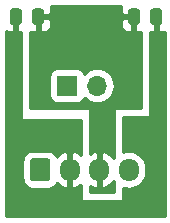
<source format=gbr>
G04 #@! TF.GenerationSoftware,KiCad,Pcbnew,(5.1.2-1)-1*
G04 #@! TF.CreationDate,2019-11-08T10:29:16-05:00*
G04 #@! TF.ProjectId,flow_rate,666c6f77-5f72-4617-9465-2e6b69636164,rev?*
G04 #@! TF.SameCoordinates,Original*
G04 #@! TF.FileFunction,Copper,L1,Top*
G04 #@! TF.FilePolarity,Positive*
%FSLAX46Y46*%
G04 Gerber Fmt 4.6, Leading zero omitted, Abs format (unit mm)*
G04 Created by KiCad (PCBNEW (5.1.2-1)-1) date 2019-11-08 10:29:16*
%MOMM*%
%LPD*%
G04 APERTURE LIST*
%ADD10C,0.100000*%
%ADD11C,0.975000*%
%ADD12C,1.700000*%
%ADD13O,1.700000X1.950000*%
%ADD14R,1.700000X1.700000*%
%ADD15O,1.700000X1.700000*%
%ADD16C,0.254000*%
G04 APERTURE END LIST*
D10*
G36*
X188052142Y-40449174D02*
G01*
X188075803Y-40452684D01*
X188099007Y-40458496D01*
X188121529Y-40466554D01*
X188143153Y-40476782D01*
X188163670Y-40489079D01*
X188182883Y-40503329D01*
X188200607Y-40519393D01*
X188216671Y-40537117D01*
X188230921Y-40556330D01*
X188243218Y-40576847D01*
X188253446Y-40598471D01*
X188261504Y-40620993D01*
X188267316Y-40644197D01*
X188270826Y-40667858D01*
X188272000Y-40691750D01*
X188272000Y-41604250D01*
X188270826Y-41628142D01*
X188267316Y-41651803D01*
X188261504Y-41675007D01*
X188253446Y-41697529D01*
X188243218Y-41719153D01*
X188230921Y-41739670D01*
X188216671Y-41758883D01*
X188200607Y-41776607D01*
X188182883Y-41792671D01*
X188163670Y-41806921D01*
X188143153Y-41819218D01*
X188121529Y-41829446D01*
X188099007Y-41837504D01*
X188075803Y-41843316D01*
X188052142Y-41846826D01*
X188028250Y-41848000D01*
X187540750Y-41848000D01*
X187516858Y-41846826D01*
X187493197Y-41843316D01*
X187469993Y-41837504D01*
X187447471Y-41829446D01*
X187425847Y-41819218D01*
X187405330Y-41806921D01*
X187386117Y-41792671D01*
X187368393Y-41776607D01*
X187352329Y-41758883D01*
X187338079Y-41739670D01*
X187325782Y-41719153D01*
X187315554Y-41697529D01*
X187307496Y-41675007D01*
X187301684Y-41651803D01*
X187298174Y-41628142D01*
X187297000Y-41604250D01*
X187297000Y-40691750D01*
X187298174Y-40667858D01*
X187301684Y-40644197D01*
X187307496Y-40620993D01*
X187315554Y-40598471D01*
X187325782Y-40576847D01*
X187338079Y-40556330D01*
X187352329Y-40537117D01*
X187368393Y-40519393D01*
X187386117Y-40503329D01*
X187405330Y-40489079D01*
X187425847Y-40476782D01*
X187447471Y-40466554D01*
X187469993Y-40458496D01*
X187493197Y-40452684D01*
X187516858Y-40449174D01*
X187540750Y-40448000D01*
X188028250Y-40448000D01*
X188052142Y-40449174D01*
X188052142Y-40449174D01*
G37*
D11*
X187784500Y-41148000D03*
D10*
G36*
X189927142Y-40449174D02*
G01*
X189950803Y-40452684D01*
X189974007Y-40458496D01*
X189996529Y-40466554D01*
X190018153Y-40476782D01*
X190038670Y-40489079D01*
X190057883Y-40503329D01*
X190075607Y-40519393D01*
X190091671Y-40537117D01*
X190105921Y-40556330D01*
X190118218Y-40576847D01*
X190128446Y-40598471D01*
X190136504Y-40620993D01*
X190142316Y-40644197D01*
X190145826Y-40667858D01*
X190147000Y-40691750D01*
X190147000Y-41604250D01*
X190145826Y-41628142D01*
X190142316Y-41651803D01*
X190136504Y-41675007D01*
X190128446Y-41697529D01*
X190118218Y-41719153D01*
X190105921Y-41739670D01*
X190091671Y-41758883D01*
X190075607Y-41776607D01*
X190057883Y-41792671D01*
X190038670Y-41806921D01*
X190018153Y-41819218D01*
X189996529Y-41829446D01*
X189974007Y-41837504D01*
X189950803Y-41843316D01*
X189927142Y-41846826D01*
X189903250Y-41848000D01*
X189415750Y-41848000D01*
X189391858Y-41846826D01*
X189368197Y-41843316D01*
X189344993Y-41837504D01*
X189322471Y-41829446D01*
X189300847Y-41819218D01*
X189280330Y-41806921D01*
X189261117Y-41792671D01*
X189243393Y-41776607D01*
X189227329Y-41758883D01*
X189213079Y-41739670D01*
X189200782Y-41719153D01*
X189190554Y-41697529D01*
X189182496Y-41675007D01*
X189176684Y-41651803D01*
X189173174Y-41628142D01*
X189172000Y-41604250D01*
X189172000Y-40691750D01*
X189173174Y-40667858D01*
X189176684Y-40644197D01*
X189182496Y-40620993D01*
X189190554Y-40598471D01*
X189200782Y-40576847D01*
X189213079Y-40556330D01*
X189227329Y-40537117D01*
X189243393Y-40519393D01*
X189261117Y-40503329D01*
X189280330Y-40489079D01*
X189300847Y-40476782D01*
X189322471Y-40466554D01*
X189344993Y-40458496D01*
X189368197Y-40452684D01*
X189391858Y-40449174D01*
X189415750Y-40448000D01*
X189903250Y-40448000D01*
X189927142Y-40449174D01*
X189927142Y-40449174D01*
G37*
D11*
X189659500Y-41148000D03*
D10*
G36*
X178052142Y-40449174D02*
G01*
X178075803Y-40452684D01*
X178099007Y-40458496D01*
X178121529Y-40466554D01*
X178143153Y-40476782D01*
X178163670Y-40489079D01*
X178182883Y-40503329D01*
X178200607Y-40519393D01*
X178216671Y-40537117D01*
X178230921Y-40556330D01*
X178243218Y-40576847D01*
X178253446Y-40598471D01*
X178261504Y-40620993D01*
X178267316Y-40644197D01*
X178270826Y-40667858D01*
X178272000Y-40691750D01*
X178272000Y-41604250D01*
X178270826Y-41628142D01*
X178267316Y-41651803D01*
X178261504Y-41675007D01*
X178253446Y-41697529D01*
X178243218Y-41719153D01*
X178230921Y-41739670D01*
X178216671Y-41758883D01*
X178200607Y-41776607D01*
X178182883Y-41792671D01*
X178163670Y-41806921D01*
X178143153Y-41819218D01*
X178121529Y-41829446D01*
X178099007Y-41837504D01*
X178075803Y-41843316D01*
X178052142Y-41846826D01*
X178028250Y-41848000D01*
X177540750Y-41848000D01*
X177516858Y-41846826D01*
X177493197Y-41843316D01*
X177469993Y-41837504D01*
X177447471Y-41829446D01*
X177425847Y-41819218D01*
X177405330Y-41806921D01*
X177386117Y-41792671D01*
X177368393Y-41776607D01*
X177352329Y-41758883D01*
X177338079Y-41739670D01*
X177325782Y-41719153D01*
X177315554Y-41697529D01*
X177307496Y-41675007D01*
X177301684Y-41651803D01*
X177298174Y-41628142D01*
X177297000Y-41604250D01*
X177297000Y-40691750D01*
X177298174Y-40667858D01*
X177301684Y-40644197D01*
X177307496Y-40620993D01*
X177315554Y-40598471D01*
X177325782Y-40576847D01*
X177338079Y-40556330D01*
X177352329Y-40537117D01*
X177368393Y-40519393D01*
X177386117Y-40503329D01*
X177405330Y-40489079D01*
X177425847Y-40476782D01*
X177447471Y-40466554D01*
X177469993Y-40458496D01*
X177493197Y-40452684D01*
X177516858Y-40449174D01*
X177540750Y-40448000D01*
X178028250Y-40448000D01*
X178052142Y-40449174D01*
X178052142Y-40449174D01*
G37*
D11*
X177784500Y-41148000D03*
D10*
G36*
X179927142Y-40449174D02*
G01*
X179950803Y-40452684D01*
X179974007Y-40458496D01*
X179996529Y-40466554D01*
X180018153Y-40476782D01*
X180038670Y-40489079D01*
X180057883Y-40503329D01*
X180075607Y-40519393D01*
X180091671Y-40537117D01*
X180105921Y-40556330D01*
X180118218Y-40576847D01*
X180128446Y-40598471D01*
X180136504Y-40620993D01*
X180142316Y-40644197D01*
X180145826Y-40667858D01*
X180147000Y-40691750D01*
X180147000Y-41604250D01*
X180145826Y-41628142D01*
X180142316Y-41651803D01*
X180136504Y-41675007D01*
X180128446Y-41697529D01*
X180118218Y-41719153D01*
X180105921Y-41739670D01*
X180091671Y-41758883D01*
X180075607Y-41776607D01*
X180057883Y-41792671D01*
X180038670Y-41806921D01*
X180018153Y-41819218D01*
X179996529Y-41829446D01*
X179974007Y-41837504D01*
X179950803Y-41843316D01*
X179927142Y-41846826D01*
X179903250Y-41848000D01*
X179415750Y-41848000D01*
X179391858Y-41846826D01*
X179368197Y-41843316D01*
X179344993Y-41837504D01*
X179322471Y-41829446D01*
X179300847Y-41819218D01*
X179280330Y-41806921D01*
X179261117Y-41792671D01*
X179243393Y-41776607D01*
X179227329Y-41758883D01*
X179213079Y-41739670D01*
X179200782Y-41719153D01*
X179190554Y-41697529D01*
X179182496Y-41675007D01*
X179176684Y-41651803D01*
X179173174Y-41628142D01*
X179172000Y-41604250D01*
X179172000Y-40691750D01*
X179173174Y-40667858D01*
X179176684Y-40644197D01*
X179182496Y-40620993D01*
X179190554Y-40598471D01*
X179200782Y-40576847D01*
X179213079Y-40556330D01*
X179227329Y-40537117D01*
X179243393Y-40519393D01*
X179261117Y-40503329D01*
X179280330Y-40489079D01*
X179300847Y-40476782D01*
X179322471Y-40466554D01*
X179344993Y-40458496D01*
X179368197Y-40452684D01*
X179391858Y-40449174D01*
X179415750Y-40448000D01*
X179903250Y-40448000D01*
X179927142Y-40449174D01*
X179927142Y-40449174D01*
G37*
D11*
X179659500Y-41148000D03*
D10*
G36*
X180456504Y-53128204D02*
G01*
X180480773Y-53131804D01*
X180504571Y-53137765D01*
X180527671Y-53146030D01*
X180549849Y-53156520D01*
X180570893Y-53169133D01*
X180590598Y-53183747D01*
X180608777Y-53200223D01*
X180625253Y-53218402D01*
X180639867Y-53238107D01*
X180652480Y-53259151D01*
X180662970Y-53281329D01*
X180671235Y-53304429D01*
X180677196Y-53328227D01*
X180680796Y-53352496D01*
X180682000Y-53377000D01*
X180682000Y-54827000D01*
X180680796Y-54851504D01*
X180677196Y-54875773D01*
X180671235Y-54899571D01*
X180662970Y-54922671D01*
X180652480Y-54944849D01*
X180639867Y-54965893D01*
X180625253Y-54985598D01*
X180608777Y-55003777D01*
X180590598Y-55020253D01*
X180570893Y-55034867D01*
X180549849Y-55047480D01*
X180527671Y-55057970D01*
X180504571Y-55066235D01*
X180480773Y-55072196D01*
X180456504Y-55075796D01*
X180432000Y-55077000D01*
X179232000Y-55077000D01*
X179207496Y-55075796D01*
X179183227Y-55072196D01*
X179159429Y-55066235D01*
X179136329Y-55057970D01*
X179114151Y-55047480D01*
X179093107Y-55034867D01*
X179073402Y-55020253D01*
X179055223Y-55003777D01*
X179038747Y-54985598D01*
X179024133Y-54965893D01*
X179011520Y-54944849D01*
X179001030Y-54922671D01*
X178992765Y-54899571D01*
X178986804Y-54875773D01*
X178983204Y-54851504D01*
X178982000Y-54827000D01*
X178982000Y-53377000D01*
X178983204Y-53352496D01*
X178986804Y-53328227D01*
X178992765Y-53304429D01*
X179001030Y-53281329D01*
X179011520Y-53259151D01*
X179024133Y-53238107D01*
X179038747Y-53218402D01*
X179055223Y-53200223D01*
X179073402Y-53183747D01*
X179093107Y-53169133D01*
X179114151Y-53156520D01*
X179136329Y-53146030D01*
X179159429Y-53137765D01*
X179183227Y-53131804D01*
X179207496Y-53128204D01*
X179232000Y-53127000D01*
X180432000Y-53127000D01*
X180456504Y-53128204D01*
X180456504Y-53128204D01*
G37*
D12*
X179832000Y-54102000D03*
D13*
X182332000Y-54102000D03*
X184832000Y-54102000D03*
X187332000Y-54102000D03*
D14*
X182118000Y-46990000D03*
D15*
X184658000Y-46990000D03*
D16*
G36*
X186671188Y-40323518D02*
G01*
X186658928Y-40448000D01*
X186662000Y-40862250D01*
X186820750Y-41021000D01*
X187657500Y-41021000D01*
X187657500Y-41001000D01*
X187911500Y-41001000D01*
X187911500Y-41021000D01*
X187931500Y-41021000D01*
X187931500Y-41275000D01*
X187911500Y-41275000D01*
X187911500Y-42324250D01*
X188070250Y-42483000D01*
X188272000Y-42486072D01*
X188341000Y-42479276D01*
X188341000Y-48895000D01*
X186182000Y-48895000D01*
X186157224Y-48897440D01*
X186133399Y-48904667D01*
X186111443Y-48916403D01*
X186092197Y-48932197D01*
X186076403Y-48951443D01*
X186064667Y-48973399D01*
X186057440Y-48997224D01*
X186055000Y-49022000D01*
X186055000Y-53144032D01*
X185921049Y-52967571D01*
X185703193Y-52774504D01*
X185451858Y-52627648D01*
X185188890Y-52535524D01*
X184959000Y-52656845D01*
X184959000Y-53975000D01*
X184979000Y-53975000D01*
X184979000Y-54229000D01*
X184959000Y-54229000D01*
X184959000Y-55547155D01*
X185188890Y-55668476D01*
X185451858Y-55576352D01*
X185703193Y-55429496D01*
X185921049Y-55236429D01*
X186055000Y-55059968D01*
X186055000Y-56007000D01*
X184023000Y-56007000D01*
X184023000Y-55465836D01*
X184212142Y-55576352D01*
X184475110Y-55668476D01*
X184705000Y-55547155D01*
X184705000Y-54229000D01*
X184685000Y-54229000D01*
X184685000Y-53975000D01*
X184705000Y-53975000D01*
X184705000Y-52656845D01*
X184475110Y-52535524D01*
X184212142Y-52627648D01*
X184023000Y-52738164D01*
X184023000Y-49022000D01*
X184020560Y-48997224D01*
X184013333Y-48973399D01*
X184001597Y-48951443D01*
X183985803Y-48932197D01*
X183966557Y-48916403D01*
X183944601Y-48904667D01*
X183920776Y-48897440D01*
X183896000Y-48895000D01*
X178943000Y-48895000D01*
X178943000Y-46140000D01*
X180629928Y-46140000D01*
X180629928Y-47840000D01*
X180642188Y-47964482D01*
X180678498Y-48084180D01*
X180737463Y-48194494D01*
X180816815Y-48291185D01*
X180913506Y-48370537D01*
X181023820Y-48429502D01*
X181143518Y-48465812D01*
X181268000Y-48478072D01*
X182968000Y-48478072D01*
X183092482Y-48465812D01*
X183212180Y-48429502D01*
X183322494Y-48370537D01*
X183419185Y-48291185D01*
X183498537Y-48194494D01*
X183557502Y-48084180D01*
X183578393Y-48015313D01*
X183602866Y-48045134D01*
X183828986Y-48230706D01*
X184086966Y-48368599D01*
X184366889Y-48453513D01*
X184585050Y-48475000D01*
X184730950Y-48475000D01*
X184949111Y-48453513D01*
X185229034Y-48368599D01*
X185487014Y-48230706D01*
X185713134Y-48045134D01*
X185898706Y-47819014D01*
X186036599Y-47561034D01*
X186121513Y-47281111D01*
X186150185Y-46990000D01*
X186121513Y-46698889D01*
X186036599Y-46418966D01*
X185898706Y-46160986D01*
X185713134Y-45934866D01*
X185487014Y-45749294D01*
X185229034Y-45611401D01*
X184949111Y-45526487D01*
X184730950Y-45505000D01*
X184585050Y-45505000D01*
X184366889Y-45526487D01*
X184086966Y-45611401D01*
X183828986Y-45749294D01*
X183602866Y-45934866D01*
X183578393Y-45964687D01*
X183557502Y-45895820D01*
X183498537Y-45785506D01*
X183419185Y-45688815D01*
X183322494Y-45609463D01*
X183212180Y-45550498D01*
X183092482Y-45514188D01*
X182968000Y-45501928D01*
X181268000Y-45501928D01*
X181143518Y-45514188D01*
X181023820Y-45550498D01*
X180913506Y-45609463D01*
X180816815Y-45688815D01*
X180737463Y-45785506D01*
X180678498Y-45895820D01*
X180642188Y-46015518D01*
X180629928Y-46140000D01*
X178943000Y-46140000D01*
X178943000Y-42442107D01*
X179047518Y-42473812D01*
X179172000Y-42486072D01*
X179373750Y-42483000D01*
X179532500Y-42324250D01*
X179532500Y-41275000D01*
X179786500Y-41275000D01*
X179786500Y-42324250D01*
X179945250Y-42483000D01*
X180147000Y-42486072D01*
X180271482Y-42473812D01*
X180391180Y-42437502D01*
X180501494Y-42378537D01*
X180598185Y-42299185D01*
X180677537Y-42202494D01*
X180736502Y-42092180D01*
X180772812Y-41972482D01*
X180785072Y-41848000D01*
X186658928Y-41848000D01*
X186671188Y-41972482D01*
X186707498Y-42092180D01*
X186766463Y-42202494D01*
X186845815Y-42299185D01*
X186942506Y-42378537D01*
X187052820Y-42437502D01*
X187172518Y-42473812D01*
X187297000Y-42486072D01*
X187498750Y-42483000D01*
X187657500Y-42324250D01*
X187657500Y-41275000D01*
X186820750Y-41275000D01*
X186662000Y-41433750D01*
X186658928Y-41848000D01*
X180785072Y-41848000D01*
X180782000Y-41433750D01*
X180623250Y-41275000D01*
X179786500Y-41275000D01*
X179532500Y-41275000D01*
X179512500Y-41275000D01*
X179512500Y-41021000D01*
X179532500Y-41021000D01*
X179532500Y-41001000D01*
X179786500Y-41001000D01*
X179786500Y-41021000D01*
X180623250Y-41021000D01*
X180782000Y-40862250D01*
X180785072Y-40448000D01*
X180772812Y-40323518D01*
X180753241Y-40259000D01*
X186690759Y-40259000D01*
X186671188Y-40323518D01*
X186671188Y-40323518D01*
G37*
X186671188Y-40323518D02*
X186658928Y-40448000D01*
X186662000Y-40862250D01*
X186820750Y-41021000D01*
X187657500Y-41021000D01*
X187657500Y-41001000D01*
X187911500Y-41001000D01*
X187911500Y-41021000D01*
X187931500Y-41021000D01*
X187931500Y-41275000D01*
X187911500Y-41275000D01*
X187911500Y-42324250D01*
X188070250Y-42483000D01*
X188272000Y-42486072D01*
X188341000Y-42479276D01*
X188341000Y-48895000D01*
X186182000Y-48895000D01*
X186157224Y-48897440D01*
X186133399Y-48904667D01*
X186111443Y-48916403D01*
X186092197Y-48932197D01*
X186076403Y-48951443D01*
X186064667Y-48973399D01*
X186057440Y-48997224D01*
X186055000Y-49022000D01*
X186055000Y-53144032D01*
X185921049Y-52967571D01*
X185703193Y-52774504D01*
X185451858Y-52627648D01*
X185188890Y-52535524D01*
X184959000Y-52656845D01*
X184959000Y-53975000D01*
X184979000Y-53975000D01*
X184979000Y-54229000D01*
X184959000Y-54229000D01*
X184959000Y-55547155D01*
X185188890Y-55668476D01*
X185451858Y-55576352D01*
X185703193Y-55429496D01*
X185921049Y-55236429D01*
X186055000Y-55059968D01*
X186055000Y-56007000D01*
X184023000Y-56007000D01*
X184023000Y-55465836D01*
X184212142Y-55576352D01*
X184475110Y-55668476D01*
X184705000Y-55547155D01*
X184705000Y-54229000D01*
X184685000Y-54229000D01*
X184685000Y-53975000D01*
X184705000Y-53975000D01*
X184705000Y-52656845D01*
X184475110Y-52535524D01*
X184212142Y-52627648D01*
X184023000Y-52738164D01*
X184023000Y-49022000D01*
X184020560Y-48997224D01*
X184013333Y-48973399D01*
X184001597Y-48951443D01*
X183985803Y-48932197D01*
X183966557Y-48916403D01*
X183944601Y-48904667D01*
X183920776Y-48897440D01*
X183896000Y-48895000D01*
X178943000Y-48895000D01*
X178943000Y-46140000D01*
X180629928Y-46140000D01*
X180629928Y-47840000D01*
X180642188Y-47964482D01*
X180678498Y-48084180D01*
X180737463Y-48194494D01*
X180816815Y-48291185D01*
X180913506Y-48370537D01*
X181023820Y-48429502D01*
X181143518Y-48465812D01*
X181268000Y-48478072D01*
X182968000Y-48478072D01*
X183092482Y-48465812D01*
X183212180Y-48429502D01*
X183322494Y-48370537D01*
X183419185Y-48291185D01*
X183498537Y-48194494D01*
X183557502Y-48084180D01*
X183578393Y-48015313D01*
X183602866Y-48045134D01*
X183828986Y-48230706D01*
X184086966Y-48368599D01*
X184366889Y-48453513D01*
X184585050Y-48475000D01*
X184730950Y-48475000D01*
X184949111Y-48453513D01*
X185229034Y-48368599D01*
X185487014Y-48230706D01*
X185713134Y-48045134D01*
X185898706Y-47819014D01*
X186036599Y-47561034D01*
X186121513Y-47281111D01*
X186150185Y-46990000D01*
X186121513Y-46698889D01*
X186036599Y-46418966D01*
X185898706Y-46160986D01*
X185713134Y-45934866D01*
X185487014Y-45749294D01*
X185229034Y-45611401D01*
X184949111Y-45526487D01*
X184730950Y-45505000D01*
X184585050Y-45505000D01*
X184366889Y-45526487D01*
X184086966Y-45611401D01*
X183828986Y-45749294D01*
X183602866Y-45934866D01*
X183578393Y-45964687D01*
X183557502Y-45895820D01*
X183498537Y-45785506D01*
X183419185Y-45688815D01*
X183322494Y-45609463D01*
X183212180Y-45550498D01*
X183092482Y-45514188D01*
X182968000Y-45501928D01*
X181268000Y-45501928D01*
X181143518Y-45514188D01*
X181023820Y-45550498D01*
X180913506Y-45609463D01*
X180816815Y-45688815D01*
X180737463Y-45785506D01*
X180678498Y-45895820D01*
X180642188Y-46015518D01*
X180629928Y-46140000D01*
X178943000Y-46140000D01*
X178943000Y-42442107D01*
X179047518Y-42473812D01*
X179172000Y-42486072D01*
X179373750Y-42483000D01*
X179532500Y-42324250D01*
X179532500Y-41275000D01*
X179786500Y-41275000D01*
X179786500Y-42324250D01*
X179945250Y-42483000D01*
X180147000Y-42486072D01*
X180271482Y-42473812D01*
X180391180Y-42437502D01*
X180501494Y-42378537D01*
X180598185Y-42299185D01*
X180677537Y-42202494D01*
X180736502Y-42092180D01*
X180772812Y-41972482D01*
X180785072Y-41848000D01*
X186658928Y-41848000D01*
X186671188Y-41972482D01*
X186707498Y-42092180D01*
X186766463Y-42202494D01*
X186845815Y-42299185D01*
X186942506Y-42378537D01*
X187052820Y-42437502D01*
X187172518Y-42473812D01*
X187297000Y-42486072D01*
X187498750Y-42483000D01*
X187657500Y-42324250D01*
X187657500Y-41275000D01*
X186820750Y-41275000D01*
X186662000Y-41433750D01*
X186658928Y-41848000D01*
X180785072Y-41848000D01*
X180782000Y-41433750D01*
X180623250Y-41275000D01*
X179786500Y-41275000D01*
X179532500Y-41275000D01*
X179512500Y-41275000D01*
X179512500Y-41021000D01*
X179532500Y-41021000D01*
X179532500Y-41001000D01*
X179786500Y-41001000D01*
X179786500Y-41021000D01*
X180623250Y-41021000D01*
X180782000Y-40862250D01*
X180785072Y-40448000D01*
X180772812Y-40323518D01*
X180753241Y-40259000D01*
X186690759Y-40259000D01*
X186671188Y-40323518D01*
G36*
X177911500Y-41021000D02*
G01*
X177931500Y-41021000D01*
X177931500Y-41275000D01*
X177911500Y-41275000D01*
X177911500Y-42324250D01*
X178070250Y-42483000D01*
X178181000Y-42484686D01*
X178181000Y-49784000D01*
X178183440Y-49808776D01*
X178190667Y-49832601D01*
X178202403Y-49854557D01*
X178218197Y-49873803D01*
X178237443Y-49889597D01*
X178259399Y-49901333D01*
X178283224Y-49908560D01*
X178308000Y-49911000D01*
X183261000Y-49911000D01*
X183261000Y-52825733D01*
X183203193Y-52774504D01*
X182951858Y-52627648D01*
X182688890Y-52535524D01*
X182459000Y-52656845D01*
X182459000Y-53975000D01*
X182479000Y-53975000D01*
X182479000Y-54229000D01*
X182459000Y-54229000D01*
X182459000Y-55547155D01*
X182688890Y-55668476D01*
X182951858Y-55576352D01*
X183203193Y-55429496D01*
X183261000Y-55378267D01*
X183261000Y-56642000D01*
X183263440Y-56666776D01*
X183270667Y-56690601D01*
X183282403Y-56712557D01*
X183298197Y-56731803D01*
X183317443Y-56747597D01*
X183339399Y-56759333D01*
X183363224Y-56766560D01*
X183388000Y-56769000D01*
X186690000Y-56769000D01*
X186714776Y-56766560D01*
X186738601Y-56759333D01*
X186760557Y-56747597D01*
X186779803Y-56731803D01*
X186795597Y-56712557D01*
X186807333Y-56690601D01*
X186814560Y-56666776D01*
X186817000Y-56642000D01*
X186817000Y-55622596D01*
X187040890Y-55690513D01*
X187332000Y-55719185D01*
X187623111Y-55690513D01*
X187903034Y-55605599D01*
X188161014Y-55467706D01*
X188387134Y-55282134D01*
X188572706Y-55056014D01*
X188710599Y-54798033D01*
X188795513Y-54518110D01*
X188817000Y-54299949D01*
X188817000Y-53904050D01*
X188795513Y-53685889D01*
X188710599Y-53405966D01*
X188572706Y-53147986D01*
X188387134Y-52921866D01*
X188161013Y-52736294D01*
X187903033Y-52598401D01*
X187623110Y-52513487D01*
X187332000Y-52484815D01*
X187040889Y-52513487D01*
X186817000Y-52581403D01*
X186817000Y-49657000D01*
X188976000Y-49657000D01*
X189000776Y-49654560D01*
X189024601Y-49647333D01*
X189046557Y-49635597D01*
X189065803Y-49619803D01*
X189081597Y-49600557D01*
X189093333Y-49578601D01*
X189100560Y-49554776D01*
X189103000Y-49530000D01*
X189103000Y-42479276D01*
X189172000Y-42486072D01*
X189373750Y-42483000D01*
X189532500Y-42324250D01*
X189532500Y-41275000D01*
X189512500Y-41275000D01*
X189512500Y-41021000D01*
X189532500Y-41021000D01*
X189532500Y-41001000D01*
X189786500Y-41001000D01*
X189786500Y-41021000D01*
X189806500Y-41021000D01*
X189806500Y-41275000D01*
X189786500Y-41275000D01*
X189786500Y-42324250D01*
X189945250Y-42483000D01*
X190147000Y-42486072D01*
X190271482Y-42473812D01*
X190373000Y-42443017D01*
X190373000Y-58039000D01*
X176911000Y-58039000D01*
X176911000Y-53377000D01*
X178343928Y-53377000D01*
X178343928Y-54827000D01*
X178360992Y-55000254D01*
X178411528Y-55166850D01*
X178493595Y-55320386D01*
X178604038Y-55454962D01*
X178738614Y-55565405D01*
X178892150Y-55647472D01*
X179058746Y-55698008D01*
X179232000Y-55715072D01*
X180432000Y-55715072D01*
X180605254Y-55698008D01*
X180771850Y-55647472D01*
X180925386Y-55565405D01*
X181059962Y-55454962D01*
X181170405Y-55320386D01*
X181226714Y-55215039D01*
X181242951Y-55236429D01*
X181460807Y-55429496D01*
X181712142Y-55576352D01*
X181975110Y-55668476D01*
X182205000Y-55547155D01*
X182205000Y-54229000D01*
X182185000Y-54229000D01*
X182185000Y-53975000D01*
X182205000Y-53975000D01*
X182205000Y-52656845D01*
X181975110Y-52535524D01*
X181712142Y-52627648D01*
X181460807Y-52774504D01*
X181242951Y-52967571D01*
X181226714Y-52988961D01*
X181170405Y-52883614D01*
X181059962Y-52749038D01*
X180925386Y-52638595D01*
X180771850Y-52556528D01*
X180605254Y-52505992D01*
X180432000Y-52488928D01*
X179232000Y-52488928D01*
X179058746Y-52505992D01*
X178892150Y-52556528D01*
X178738614Y-52638595D01*
X178604038Y-52749038D01*
X178493595Y-52883614D01*
X178411528Y-53037150D01*
X178360992Y-53203746D01*
X178343928Y-53377000D01*
X176911000Y-53377000D01*
X176911000Y-42352681D01*
X176942506Y-42378537D01*
X177052820Y-42437502D01*
X177172518Y-42473812D01*
X177297000Y-42486072D01*
X177498750Y-42483000D01*
X177657500Y-42324250D01*
X177657500Y-41275000D01*
X177637500Y-41275000D01*
X177637500Y-41021000D01*
X177657500Y-41021000D01*
X177657500Y-41001000D01*
X177911500Y-41001000D01*
X177911500Y-41021000D01*
X177911500Y-41021000D01*
G37*
X177911500Y-41021000D02*
X177931500Y-41021000D01*
X177931500Y-41275000D01*
X177911500Y-41275000D01*
X177911500Y-42324250D01*
X178070250Y-42483000D01*
X178181000Y-42484686D01*
X178181000Y-49784000D01*
X178183440Y-49808776D01*
X178190667Y-49832601D01*
X178202403Y-49854557D01*
X178218197Y-49873803D01*
X178237443Y-49889597D01*
X178259399Y-49901333D01*
X178283224Y-49908560D01*
X178308000Y-49911000D01*
X183261000Y-49911000D01*
X183261000Y-52825733D01*
X183203193Y-52774504D01*
X182951858Y-52627648D01*
X182688890Y-52535524D01*
X182459000Y-52656845D01*
X182459000Y-53975000D01*
X182479000Y-53975000D01*
X182479000Y-54229000D01*
X182459000Y-54229000D01*
X182459000Y-55547155D01*
X182688890Y-55668476D01*
X182951858Y-55576352D01*
X183203193Y-55429496D01*
X183261000Y-55378267D01*
X183261000Y-56642000D01*
X183263440Y-56666776D01*
X183270667Y-56690601D01*
X183282403Y-56712557D01*
X183298197Y-56731803D01*
X183317443Y-56747597D01*
X183339399Y-56759333D01*
X183363224Y-56766560D01*
X183388000Y-56769000D01*
X186690000Y-56769000D01*
X186714776Y-56766560D01*
X186738601Y-56759333D01*
X186760557Y-56747597D01*
X186779803Y-56731803D01*
X186795597Y-56712557D01*
X186807333Y-56690601D01*
X186814560Y-56666776D01*
X186817000Y-56642000D01*
X186817000Y-55622596D01*
X187040890Y-55690513D01*
X187332000Y-55719185D01*
X187623111Y-55690513D01*
X187903034Y-55605599D01*
X188161014Y-55467706D01*
X188387134Y-55282134D01*
X188572706Y-55056014D01*
X188710599Y-54798033D01*
X188795513Y-54518110D01*
X188817000Y-54299949D01*
X188817000Y-53904050D01*
X188795513Y-53685889D01*
X188710599Y-53405966D01*
X188572706Y-53147986D01*
X188387134Y-52921866D01*
X188161013Y-52736294D01*
X187903033Y-52598401D01*
X187623110Y-52513487D01*
X187332000Y-52484815D01*
X187040889Y-52513487D01*
X186817000Y-52581403D01*
X186817000Y-49657000D01*
X188976000Y-49657000D01*
X189000776Y-49654560D01*
X189024601Y-49647333D01*
X189046557Y-49635597D01*
X189065803Y-49619803D01*
X189081597Y-49600557D01*
X189093333Y-49578601D01*
X189100560Y-49554776D01*
X189103000Y-49530000D01*
X189103000Y-42479276D01*
X189172000Y-42486072D01*
X189373750Y-42483000D01*
X189532500Y-42324250D01*
X189532500Y-41275000D01*
X189512500Y-41275000D01*
X189512500Y-41021000D01*
X189532500Y-41021000D01*
X189532500Y-41001000D01*
X189786500Y-41001000D01*
X189786500Y-41021000D01*
X189806500Y-41021000D01*
X189806500Y-41275000D01*
X189786500Y-41275000D01*
X189786500Y-42324250D01*
X189945250Y-42483000D01*
X190147000Y-42486072D01*
X190271482Y-42473812D01*
X190373000Y-42443017D01*
X190373000Y-58039000D01*
X176911000Y-58039000D01*
X176911000Y-53377000D01*
X178343928Y-53377000D01*
X178343928Y-54827000D01*
X178360992Y-55000254D01*
X178411528Y-55166850D01*
X178493595Y-55320386D01*
X178604038Y-55454962D01*
X178738614Y-55565405D01*
X178892150Y-55647472D01*
X179058746Y-55698008D01*
X179232000Y-55715072D01*
X180432000Y-55715072D01*
X180605254Y-55698008D01*
X180771850Y-55647472D01*
X180925386Y-55565405D01*
X181059962Y-55454962D01*
X181170405Y-55320386D01*
X181226714Y-55215039D01*
X181242951Y-55236429D01*
X181460807Y-55429496D01*
X181712142Y-55576352D01*
X181975110Y-55668476D01*
X182205000Y-55547155D01*
X182205000Y-54229000D01*
X182185000Y-54229000D01*
X182185000Y-53975000D01*
X182205000Y-53975000D01*
X182205000Y-52656845D01*
X181975110Y-52535524D01*
X181712142Y-52627648D01*
X181460807Y-52774504D01*
X181242951Y-52967571D01*
X181226714Y-52988961D01*
X181170405Y-52883614D01*
X181059962Y-52749038D01*
X180925386Y-52638595D01*
X180771850Y-52556528D01*
X180605254Y-52505992D01*
X180432000Y-52488928D01*
X179232000Y-52488928D01*
X179058746Y-52505992D01*
X178892150Y-52556528D01*
X178738614Y-52638595D01*
X178604038Y-52749038D01*
X178493595Y-52883614D01*
X178411528Y-53037150D01*
X178360992Y-53203746D01*
X178343928Y-53377000D01*
X176911000Y-53377000D01*
X176911000Y-42352681D01*
X176942506Y-42378537D01*
X177052820Y-42437502D01*
X177172518Y-42473812D01*
X177297000Y-42486072D01*
X177498750Y-42483000D01*
X177657500Y-42324250D01*
X177657500Y-41275000D01*
X177637500Y-41275000D01*
X177637500Y-41021000D01*
X177657500Y-41021000D01*
X177657500Y-41001000D01*
X177911500Y-41001000D01*
X177911500Y-41021000D01*
M02*

</source>
